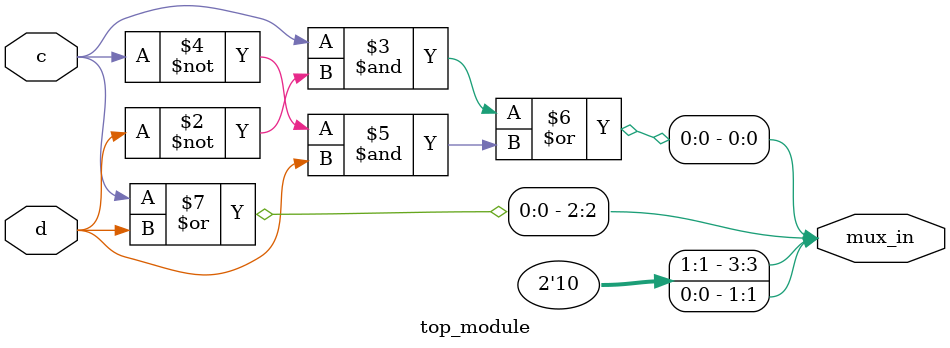
<source format=sv>
module top_module (
    input c,
    input d,
    output reg [3:0] mux_in
);

    always @(*) begin
        // Assign mux_in[0] -> F(c,d) for ab = 00
        mux_in[0] = (c & ~d) | (~c & d);

        // Assign mux_in[1] -> F(c,d) for ab = 01
        mux_in[1] = 0;

        // Assign mux_in[2] -> F(c,d) for ab = 11
        mux_in[2] = c | d;

        // Assign mux_in[3] -> F(c,d) for ab = 10
        mux_in[3] = 1;
    end

endmodule

</source>
